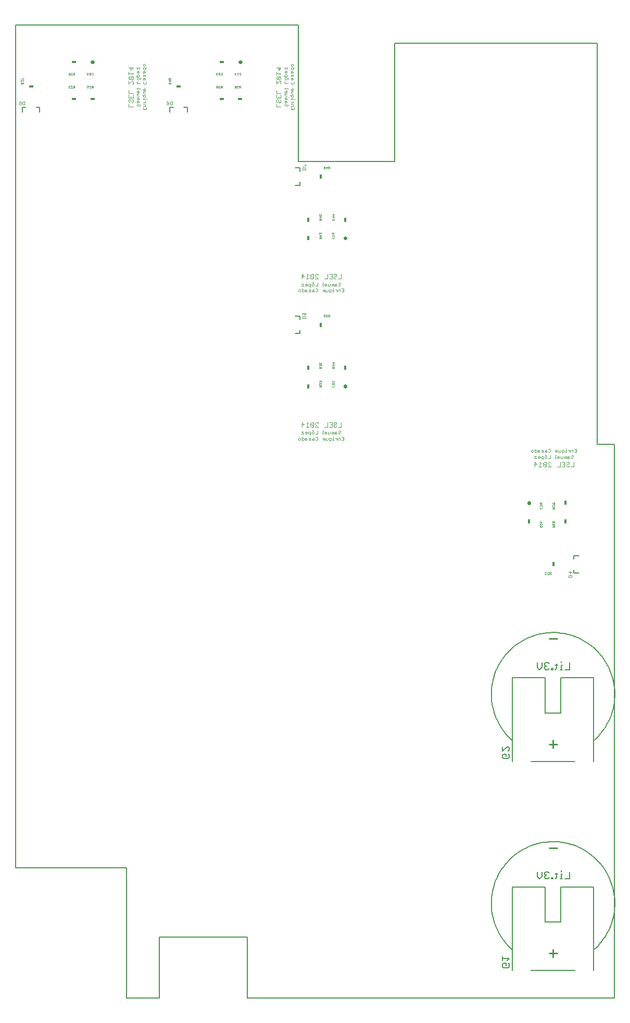
<source format=gbo>
G75*
G70*
%OFA0B0*%
%FSLAX24Y24*%
%IPPOS*%
%LPD*%
%AMOC8*
5,1,8,0,0,1.08239X$1,22.5*
%
%ADD10C,0.0040*%
%ADD11C,0.0030*%
%ADD12C,0.0079*%
%ADD13R,0.0180X0.0300*%
%ADD14C,0.0020*%
%ADD15C,0.0220*%
%ADD16C,0.0060*%
%ADD17C,0.0100*%
%ADD18C,0.0050*%
%ADD19C,0.0080*%
%ADD20R,0.0300X0.0180*%
D10*
X019594Y038875D02*
X019561Y038909D01*
X019561Y038975D01*
X019594Y039009D01*
X019661Y039009D01*
X019694Y038975D01*
X019694Y038909D01*
X019661Y038875D01*
X019594Y038875D01*
X019782Y038875D02*
X019882Y038875D01*
X019915Y038909D01*
X019915Y038975D01*
X019882Y039009D01*
X019782Y039009D01*
X019782Y039076D02*
X019782Y038875D01*
X020003Y038875D02*
X020103Y038875D01*
X020136Y038909D01*
X020103Y038942D01*
X020003Y038942D01*
X020003Y038975D02*
X020003Y038875D01*
X020003Y038975D02*
X020036Y039009D01*
X020103Y039009D01*
X020224Y039009D02*
X020324Y039009D01*
X020357Y038975D01*
X020324Y038942D01*
X020257Y038942D01*
X020224Y038909D01*
X020257Y038875D01*
X020357Y038875D01*
X020445Y038875D02*
X020545Y038875D01*
X020578Y038909D01*
X020545Y038942D01*
X020445Y038942D01*
X020445Y038975D02*
X020445Y038875D01*
X020445Y038975D02*
X020478Y039009D01*
X020545Y039009D01*
X020666Y039042D02*
X020699Y039076D01*
X020766Y039076D01*
X020799Y039042D01*
X020799Y038909D01*
X020766Y038875D01*
X020699Y038875D01*
X020666Y038909D01*
X020647Y039269D02*
X020781Y039269D01*
X020781Y039469D01*
X020560Y039369D02*
X020560Y039302D01*
X020527Y039269D01*
X020460Y039269D01*
X020426Y039302D01*
X020426Y039369D01*
X020460Y039403D01*
X020527Y039403D01*
X020560Y039369D01*
X020527Y039469D02*
X020460Y039503D01*
X020339Y039403D02*
X020239Y039403D01*
X020205Y039369D01*
X020205Y039302D01*
X020239Y039269D01*
X020339Y039269D01*
X020339Y039202D02*
X020339Y039403D01*
X020118Y039369D02*
X020085Y039403D01*
X020018Y039403D01*
X019984Y039369D01*
X019984Y039336D01*
X020118Y039336D01*
X020118Y039369D02*
X020118Y039302D01*
X020085Y039269D01*
X020018Y039269D01*
X019897Y039269D02*
X019763Y039269D01*
X019763Y039403D02*
X019897Y039269D01*
X019897Y039403D02*
X019763Y039403D01*
X021082Y039269D02*
X021149Y039269D01*
X021116Y039269D02*
X021116Y039469D01*
X021149Y039469D01*
X021237Y039369D02*
X021237Y039336D01*
X021370Y039336D01*
X021370Y039369D02*
X021337Y039403D01*
X021270Y039403D01*
X021237Y039369D01*
X021270Y039269D02*
X021337Y039269D01*
X021370Y039302D01*
X021370Y039369D01*
X021458Y039403D02*
X021458Y039269D01*
X021558Y039269D01*
X021591Y039302D01*
X021591Y039403D01*
X021679Y039369D02*
X021679Y039269D01*
X021745Y039269D02*
X021745Y039369D01*
X021712Y039403D01*
X021679Y039369D01*
X021745Y039369D02*
X021779Y039403D01*
X021812Y039403D01*
X021812Y039269D01*
X021900Y039269D02*
X022000Y039269D01*
X022033Y039302D01*
X022000Y039336D01*
X021900Y039336D01*
X021900Y039369D02*
X021900Y039269D01*
X021900Y039369D02*
X021933Y039403D01*
X022000Y039403D01*
X022121Y039436D02*
X022154Y039469D01*
X022221Y039469D01*
X022254Y039436D01*
X022254Y039403D01*
X022221Y039369D01*
X022154Y039369D01*
X022121Y039336D01*
X022121Y039302D01*
X022154Y039269D01*
X022221Y039269D01*
X022254Y039302D01*
X022323Y039076D02*
X022457Y039076D01*
X022457Y038875D01*
X022323Y038875D01*
X022236Y038875D02*
X022236Y039009D01*
X022136Y039009D01*
X022102Y038975D01*
X022102Y038875D01*
X022015Y038875D02*
X022015Y039009D01*
X022015Y038942D02*
X021948Y039009D01*
X021915Y039009D01*
X021831Y039009D02*
X021797Y039009D01*
X021797Y038875D01*
X021764Y038875D02*
X021831Y038875D01*
X021683Y038909D02*
X021650Y038875D01*
X021550Y038875D01*
X021550Y038809D02*
X021550Y039009D01*
X021650Y039009D01*
X021683Y038975D01*
X021683Y038909D01*
X021797Y039076D02*
X021797Y039109D01*
X021462Y039009D02*
X021462Y038909D01*
X021429Y038875D01*
X021329Y038875D01*
X021329Y039009D01*
X021241Y038975D02*
X021208Y039009D01*
X021141Y039009D01*
X021108Y038975D01*
X021108Y038942D01*
X021241Y038942D01*
X021241Y038909D02*
X021241Y038975D01*
X021241Y038909D02*
X021208Y038875D01*
X021141Y038875D01*
X022390Y038975D02*
X022457Y038975D01*
X020024Y046673D02*
X020024Y046773D01*
X019991Y046806D01*
X019857Y046806D01*
X019824Y046773D01*
X019824Y046673D01*
X020024Y046673D01*
X020024Y046894D02*
X019924Y046894D01*
X019957Y046960D01*
X019957Y046994D01*
X019924Y047027D01*
X019857Y047027D01*
X019824Y046994D01*
X019824Y046927D01*
X019857Y046894D01*
X020024Y046894D02*
X020024Y047027D01*
X020003Y048364D02*
X020103Y048364D01*
X020136Y048397D01*
X020103Y048430D01*
X020003Y048430D01*
X020003Y048464D02*
X020003Y048364D01*
X019915Y048397D02*
X019915Y048464D01*
X019882Y048497D01*
X019782Y048497D01*
X019782Y048564D02*
X019782Y048364D01*
X019882Y048364D01*
X019915Y048397D01*
X020003Y048464D02*
X020036Y048497D01*
X020103Y048497D01*
X020224Y048497D02*
X020324Y048497D01*
X020357Y048464D01*
X020324Y048430D01*
X020257Y048430D01*
X020224Y048397D01*
X020257Y048364D01*
X020357Y048364D01*
X020445Y048364D02*
X020545Y048364D01*
X020578Y048397D01*
X020545Y048430D01*
X020445Y048430D01*
X020445Y048464D02*
X020445Y048364D01*
X020445Y048464D02*
X020478Y048497D01*
X020545Y048497D01*
X020666Y048530D02*
X020699Y048564D01*
X020766Y048564D01*
X020799Y048530D01*
X020799Y048397D01*
X020766Y048364D01*
X020699Y048364D01*
X020666Y048397D01*
X020647Y048757D02*
X020781Y048757D01*
X020781Y048957D01*
X020560Y048857D02*
X020560Y048791D01*
X020527Y048757D01*
X020460Y048757D01*
X020426Y048791D01*
X020426Y048857D01*
X020460Y048891D01*
X020527Y048891D01*
X020560Y048857D01*
X020527Y048957D02*
X020460Y048991D01*
X020339Y048891D02*
X020239Y048891D01*
X020205Y048857D01*
X020205Y048791D01*
X020239Y048757D01*
X020339Y048757D01*
X020339Y048691D02*
X020339Y048891D01*
X020118Y048857D02*
X020085Y048891D01*
X020018Y048891D01*
X019984Y048857D01*
X019984Y048824D01*
X020118Y048824D01*
X020118Y048791D02*
X020118Y048857D01*
X020118Y048791D02*
X020085Y048757D01*
X020018Y048757D01*
X019897Y048757D02*
X019763Y048757D01*
X019763Y048891D02*
X019897Y048757D01*
X019897Y048891D02*
X019763Y048891D01*
X019661Y048497D02*
X019594Y048497D01*
X019561Y048464D01*
X019561Y048397D01*
X019594Y048364D01*
X019661Y048364D01*
X019694Y048397D01*
X019694Y048464D01*
X019661Y048497D01*
X021082Y048757D02*
X021149Y048757D01*
X021116Y048757D02*
X021116Y048957D01*
X021149Y048957D01*
X021237Y048857D02*
X021237Y048824D01*
X021370Y048824D01*
X021370Y048791D02*
X021370Y048857D01*
X021337Y048891D01*
X021270Y048891D01*
X021237Y048857D01*
X021270Y048757D02*
X021337Y048757D01*
X021370Y048791D01*
X021458Y048757D02*
X021458Y048891D01*
X021591Y048891D02*
X021591Y048791D01*
X021558Y048757D01*
X021458Y048757D01*
X021679Y048757D02*
X021679Y048857D01*
X021712Y048891D01*
X021745Y048857D01*
X021745Y048757D01*
X021812Y048757D02*
X021812Y048891D01*
X021779Y048891D01*
X021745Y048857D01*
X021900Y048857D02*
X021900Y048757D01*
X022000Y048757D01*
X022033Y048791D01*
X022000Y048824D01*
X021900Y048824D01*
X021900Y048857D02*
X021933Y048891D01*
X022000Y048891D01*
X022121Y048924D02*
X022154Y048957D01*
X022221Y048957D01*
X022254Y048924D01*
X022254Y048891D01*
X022221Y048857D01*
X022154Y048857D01*
X022121Y048824D01*
X022121Y048791D01*
X022154Y048757D01*
X022221Y048757D01*
X022254Y048791D01*
X022323Y048564D02*
X022457Y048564D01*
X022457Y048364D01*
X022323Y048364D01*
X022236Y048364D02*
X022236Y048497D01*
X022136Y048497D01*
X022102Y048464D01*
X022102Y048364D01*
X022015Y048364D02*
X022015Y048497D01*
X022015Y048430D02*
X021948Y048497D01*
X021915Y048497D01*
X021831Y048497D02*
X021797Y048497D01*
X021797Y048364D01*
X021764Y048364D02*
X021831Y048364D01*
X021683Y048397D02*
X021650Y048364D01*
X021550Y048364D01*
X021550Y048297D02*
X021550Y048497D01*
X021650Y048497D01*
X021683Y048464D01*
X021683Y048397D01*
X021797Y048564D02*
X021797Y048597D01*
X021462Y048497D02*
X021462Y048397D01*
X021429Y048364D01*
X021329Y048364D01*
X021329Y048497D01*
X021241Y048464D02*
X021208Y048497D01*
X021141Y048497D01*
X021108Y048464D01*
X021108Y048430D01*
X021241Y048430D01*
X021241Y048397D02*
X021241Y048464D01*
X021241Y048397D02*
X021208Y048364D01*
X021141Y048364D01*
X022390Y048464D02*
X022457Y048464D01*
X020024Y056161D02*
X020024Y056261D01*
X019991Y056294D01*
X019857Y056294D01*
X019824Y056261D01*
X019824Y056161D01*
X020024Y056161D01*
X020024Y056382D02*
X020024Y056515D01*
X019991Y056515D01*
X019857Y056382D01*
X019824Y056382D01*
X019274Y060035D02*
X019074Y060035D01*
X019074Y060169D01*
X019074Y060256D02*
X019207Y060256D01*
X019207Y060356D01*
X019174Y060390D01*
X019074Y060390D01*
X019074Y060477D02*
X019207Y060477D01*
X019141Y060477D02*
X019207Y060544D01*
X019207Y060577D01*
X019207Y060661D02*
X019207Y060695D01*
X019074Y060695D01*
X019074Y060728D02*
X019074Y060661D01*
X019107Y060809D02*
X019074Y060842D01*
X019074Y060942D01*
X019007Y060942D02*
X019207Y060942D01*
X019207Y060842D01*
X019174Y060809D01*
X019107Y060809D01*
X019274Y060695D02*
X019308Y060695D01*
X019207Y061030D02*
X019107Y061030D01*
X019074Y061063D01*
X019074Y061163D01*
X019207Y061163D01*
X019174Y061251D02*
X019207Y061284D01*
X019207Y061351D01*
X019174Y061384D01*
X019141Y061384D01*
X019141Y061251D01*
X019174Y061251D02*
X019107Y061251D01*
X019074Y061284D01*
X019074Y061351D01*
X018880Y061343D02*
X018880Y061376D01*
X018680Y061376D01*
X018680Y061343D02*
X018680Y061409D01*
X018747Y061255D02*
X018747Y061122D01*
X018714Y061122D02*
X018780Y061122D01*
X018814Y061155D01*
X018814Y061222D01*
X018780Y061255D01*
X018747Y061255D01*
X018680Y061222D02*
X018680Y061155D01*
X018714Y061122D01*
X018680Y061034D02*
X018814Y061034D01*
X018814Y060901D02*
X018714Y060901D01*
X018680Y060934D01*
X018680Y061034D01*
X018680Y060813D02*
X018780Y060813D01*
X018814Y060780D01*
X018780Y060746D01*
X018680Y060746D01*
X018680Y060680D02*
X018814Y060680D01*
X018814Y060713D01*
X018780Y060746D01*
X018780Y060592D02*
X018680Y060592D01*
X018680Y060492D01*
X018714Y060459D01*
X018747Y060492D01*
X018747Y060592D01*
X018780Y060592D02*
X018814Y060559D01*
X018814Y060492D01*
X018847Y060371D02*
X018880Y060338D01*
X018880Y060271D01*
X018847Y060238D01*
X018814Y060238D01*
X018780Y060271D01*
X018780Y060338D01*
X018747Y060371D01*
X018714Y060371D01*
X018680Y060338D01*
X018680Y060271D01*
X018714Y060238D01*
X019174Y060102D02*
X019174Y060035D01*
X019274Y060035D02*
X019274Y060169D01*
X019241Y061693D02*
X019107Y061693D01*
X019074Y061726D01*
X019074Y061793D01*
X019107Y061826D01*
X019107Y061914D02*
X019141Y061947D01*
X019141Y062047D01*
X019174Y062047D02*
X019074Y062047D01*
X019074Y061947D01*
X019107Y061914D01*
X019207Y061947D02*
X019207Y062014D01*
X019174Y062047D01*
X019174Y062135D02*
X019207Y062168D01*
X019207Y062268D01*
X019141Y062235D02*
X019141Y062168D01*
X019174Y062135D01*
X019074Y062135D02*
X019074Y062235D01*
X019107Y062268D01*
X019141Y062235D01*
X019107Y062356D02*
X019141Y062389D01*
X019141Y062489D01*
X019174Y062489D02*
X019074Y062489D01*
X019074Y062389D01*
X019107Y062356D01*
X019207Y062389D02*
X019207Y062456D01*
X019174Y062489D01*
X019174Y062577D02*
X019207Y062610D01*
X019207Y062710D01*
X019274Y062710D02*
X019074Y062710D01*
X019074Y062610D01*
X019107Y062577D01*
X019174Y062577D01*
X019174Y062798D02*
X019107Y062798D01*
X019074Y062831D01*
X019074Y062898D01*
X019107Y062931D01*
X019174Y062931D01*
X019207Y062898D01*
X019207Y062831D01*
X019174Y062798D01*
X018814Y062728D02*
X018680Y062595D01*
X018680Y062728D01*
X018814Y062728D02*
X018814Y062595D01*
X018780Y062507D02*
X018747Y062507D01*
X018747Y062374D01*
X018714Y062374D02*
X018780Y062374D01*
X018814Y062407D01*
X018814Y062474D01*
X018780Y062507D01*
X018680Y062474D02*
X018680Y062407D01*
X018714Y062374D01*
X018714Y062286D02*
X018680Y062253D01*
X018680Y062153D01*
X018614Y062153D02*
X018814Y062153D01*
X018814Y062253D01*
X018780Y062286D01*
X018714Y062286D01*
X018714Y062065D02*
X018780Y062065D01*
X018814Y062032D01*
X018814Y061965D01*
X018780Y061932D01*
X018714Y061932D01*
X018680Y061965D01*
X018680Y062032D01*
X018714Y062065D01*
X018880Y061965D02*
X018914Y062032D01*
X018680Y061844D02*
X018680Y061711D01*
X018880Y061711D01*
X019241Y061693D02*
X019274Y061726D01*
X019274Y061793D01*
X019241Y061826D01*
X011477Y060546D02*
X011377Y060546D01*
X011343Y060513D01*
X011343Y060379D01*
X011377Y060346D01*
X011477Y060346D01*
X011477Y060546D01*
X011256Y060446D02*
X011156Y060446D01*
X011122Y060413D01*
X011122Y060379D01*
X011156Y060346D01*
X011222Y060346D01*
X011256Y060379D01*
X011256Y060446D01*
X011189Y060513D01*
X011122Y060546D01*
X009859Y060695D02*
X009825Y060695D01*
X009759Y060695D02*
X009625Y060695D01*
X009625Y060728D02*
X009625Y060661D01*
X009759Y060661D02*
X009759Y060695D01*
X009759Y060577D02*
X009759Y060544D01*
X009692Y060477D01*
X009625Y060477D02*
X009759Y060477D01*
X009725Y060390D02*
X009625Y060390D01*
X009725Y060390D02*
X009759Y060356D01*
X009759Y060256D01*
X009625Y060256D01*
X009625Y060169D02*
X009625Y060035D01*
X009825Y060035D01*
X009825Y060169D01*
X009725Y060102D02*
X009725Y060035D01*
X009432Y060271D02*
X009398Y060238D01*
X009365Y060238D01*
X009332Y060271D01*
X009332Y060338D01*
X009298Y060371D01*
X009265Y060371D01*
X009231Y060338D01*
X009231Y060271D01*
X009265Y060238D01*
X009432Y060271D02*
X009432Y060338D01*
X009398Y060371D01*
X009365Y060492D02*
X009365Y060559D01*
X009332Y060592D01*
X009231Y060592D01*
X009231Y060492D01*
X009265Y060459D01*
X009298Y060492D01*
X009298Y060592D01*
X009231Y060680D02*
X009365Y060680D01*
X009365Y060713D01*
X009332Y060746D01*
X009365Y060780D01*
X009332Y060813D01*
X009231Y060813D01*
X009231Y060746D02*
X009332Y060746D01*
X009365Y060901D02*
X009265Y060901D01*
X009231Y060934D01*
X009231Y061034D01*
X009365Y061034D01*
X009332Y061122D02*
X009365Y061155D01*
X009365Y061222D01*
X009332Y061255D01*
X009298Y061255D01*
X009298Y061122D01*
X009265Y061122D02*
X009332Y061122D01*
X009265Y061122D02*
X009231Y061155D01*
X009231Y061222D01*
X009231Y061343D02*
X009231Y061409D01*
X009231Y061376D02*
X009432Y061376D01*
X009432Y061343D01*
X009625Y061351D02*
X009625Y061284D01*
X009659Y061251D01*
X009725Y061251D01*
X009759Y061284D01*
X009759Y061351D01*
X009725Y061384D01*
X009692Y061384D01*
X009692Y061251D01*
X009625Y061163D02*
X009759Y061163D01*
X009759Y061030D02*
X009659Y061030D01*
X009625Y061063D01*
X009625Y061163D01*
X009625Y060942D02*
X009625Y060842D01*
X009659Y060809D01*
X009725Y060809D01*
X009759Y060842D01*
X009759Y060942D01*
X009558Y060942D01*
X009659Y061693D02*
X009625Y061726D01*
X009625Y061793D01*
X009659Y061826D01*
X009659Y061914D02*
X009692Y061947D01*
X009692Y062047D01*
X009725Y062047D02*
X009625Y062047D01*
X009625Y061947D01*
X009659Y061914D01*
X009759Y061947D02*
X009759Y062014D01*
X009725Y062047D01*
X009725Y062135D02*
X009759Y062168D01*
X009759Y062268D01*
X009692Y062235D02*
X009692Y062168D01*
X009725Y062135D01*
X009625Y062135D02*
X009625Y062235D01*
X009659Y062268D01*
X009692Y062235D01*
X009659Y062356D02*
X009692Y062389D01*
X009692Y062489D01*
X009725Y062489D02*
X009625Y062489D01*
X009625Y062389D01*
X009659Y062356D01*
X009759Y062389D02*
X009759Y062456D01*
X009725Y062489D01*
X009725Y062577D02*
X009759Y062610D01*
X009759Y062710D01*
X009825Y062710D02*
X009625Y062710D01*
X009625Y062610D01*
X009659Y062577D01*
X009725Y062577D01*
X009725Y062798D02*
X009659Y062798D01*
X009625Y062831D01*
X009625Y062898D01*
X009659Y062931D01*
X009725Y062931D01*
X009759Y062898D01*
X009759Y062831D01*
X009725Y062798D01*
X009365Y062728D02*
X009231Y062595D01*
X009231Y062728D01*
X009365Y062728D02*
X009365Y062595D01*
X009332Y062507D02*
X009298Y062507D01*
X009298Y062374D01*
X009265Y062374D02*
X009332Y062374D01*
X009365Y062407D01*
X009365Y062474D01*
X009332Y062507D01*
X009231Y062474D02*
X009231Y062407D01*
X009265Y062374D01*
X009265Y062286D02*
X009231Y062253D01*
X009231Y062153D01*
X009165Y062153D02*
X009365Y062153D01*
X009365Y062253D01*
X009332Y062286D01*
X009265Y062286D01*
X009265Y062065D02*
X009332Y062065D01*
X009365Y062032D01*
X009365Y061965D01*
X009332Y061932D01*
X009265Y061932D01*
X009231Y061965D01*
X009231Y062032D01*
X009265Y062065D01*
X009432Y061965D02*
X009465Y062032D01*
X009231Y061844D02*
X009231Y061711D01*
X009432Y061711D01*
X009659Y061693D02*
X009792Y061693D01*
X009825Y061726D01*
X009825Y061793D01*
X009792Y061826D01*
X002028Y060546D02*
X001928Y060546D01*
X001895Y060513D01*
X001895Y060379D01*
X001928Y060346D01*
X002028Y060346D01*
X002028Y060546D01*
X001807Y060513D02*
X001807Y060479D01*
X001774Y060446D01*
X001707Y060446D01*
X001674Y060413D01*
X001674Y060379D01*
X001707Y060346D01*
X001774Y060346D01*
X001807Y060379D01*
X001807Y060413D01*
X001774Y060446D01*
X001707Y060446D02*
X001674Y060479D01*
X001674Y060513D01*
X001707Y060546D01*
X001774Y060546D01*
X001807Y060513D01*
X034459Y038216D02*
X034492Y038249D01*
X034559Y038249D01*
X034592Y038216D01*
X034592Y038149D01*
X034559Y038116D01*
X034492Y038116D01*
X034459Y038149D01*
X034459Y038216D01*
X034680Y038249D02*
X034780Y038249D01*
X034813Y038216D01*
X034813Y038149D01*
X034780Y038116D01*
X034680Y038116D01*
X034680Y038316D01*
X034901Y038216D02*
X034901Y038116D01*
X035001Y038116D01*
X035034Y038149D01*
X035001Y038182D01*
X034901Y038182D01*
X034901Y038216D02*
X034934Y038249D01*
X035001Y038249D01*
X035121Y038249D02*
X035222Y038249D01*
X035255Y038216D01*
X035222Y038182D01*
X035155Y038182D01*
X035121Y038149D01*
X035155Y038116D01*
X035255Y038116D01*
X035342Y038116D02*
X035443Y038116D01*
X035476Y038149D01*
X035443Y038182D01*
X035342Y038182D01*
X035342Y038216D02*
X035342Y038116D01*
X035342Y038216D02*
X035376Y038249D01*
X035443Y038249D01*
X035563Y038282D02*
X035597Y038316D01*
X035664Y038316D01*
X035697Y038282D01*
X035697Y038149D01*
X035664Y038116D01*
X035597Y038116D01*
X035563Y038149D01*
X035678Y037922D02*
X035678Y037722D01*
X035545Y037722D01*
X035458Y037755D02*
X035424Y037722D01*
X035357Y037722D01*
X035324Y037755D01*
X035324Y037822D01*
X035357Y037855D01*
X035424Y037855D01*
X035458Y037822D01*
X035458Y037755D01*
X035424Y037922D02*
X035357Y037955D01*
X035237Y037855D02*
X035136Y037855D01*
X035103Y037822D01*
X035103Y037755D01*
X035136Y037722D01*
X035237Y037722D01*
X035237Y037655D02*
X035237Y037855D01*
X035016Y037822D02*
X034982Y037855D01*
X034915Y037855D01*
X034882Y037822D01*
X034882Y037789D01*
X035016Y037789D01*
X035016Y037822D02*
X035016Y037755D01*
X034982Y037722D01*
X034915Y037722D01*
X034795Y037722D02*
X034661Y037722D01*
X034661Y037855D02*
X034795Y037722D01*
X034795Y037855D02*
X034661Y037855D01*
X035980Y037722D02*
X036047Y037722D01*
X036013Y037722D02*
X036013Y037922D01*
X036047Y037922D01*
X036134Y037822D02*
X036134Y037789D01*
X036268Y037789D01*
X036268Y037822D02*
X036234Y037855D01*
X036168Y037855D01*
X036134Y037822D01*
X036168Y037722D02*
X036234Y037722D01*
X036268Y037755D01*
X036268Y037822D01*
X036355Y037855D02*
X036355Y037722D01*
X036455Y037722D01*
X036489Y037755D01*
X036489Y037855D01*
X036576Y037822D02*
X036576Y037722D01*
X036643Y037722D02*
X036643Y037822D01*
X036610Y037855D01*
X036576Y037822D01*
X036643Y037822D02*
X036676Y037855D01*
X036710Y037855D01*
X036710Y037722D01*
X036797Y037722D02*
X036897Y037722D01*
X036931Y037755D01*
X036897Y037789D01*
X036797Y037789D01*
X036797Y037822D02*
X036797Y037722D01*
X036797Y037822D02*
X036831Y037855D01*
X036897Y037855D01*
X037018Y037889D02*
X037052Y037922D01*
X037118Y037922D01*
X037152Y037889D01*
X037152Y037855D01*
X037118Y037822D01*
X037052Y037822D01*
X037018Y037789D01*
X037018Y037755D01*
X037052Y037722D01*
X037118Y037722D01*
X037152Y037755D01*
X037133Y038116D02*
X037133Y038249D01*
X037033Y038249D01*
X037000Y038216D01*
X037000Y038116D01*
X036912Y038116D02*
X036912Y038249D01*
X036846Y038249D02*
X036812Y038249D01*
X036846Y038249D02*
X036912Y038182D01*
X036728Y038116D02*
X036661Y038116D01*
X036695Y038116D02*
X036695Y038249D01*
X036728Y038249D01*
X036695Y038316D02*
X036695Y038349D01*
X036581Y038216D02*
X036581Y038149D01*
X036548Y038116D01*
X036447Y038116D01*
X036447Y038049D02*
X036447Y038249D01*
X036548Y038249D01*
X036581Y038216D01*
X036360Y038249D02*
X036360Y038149D01*
X036327Y038116D01*
X036226Y038116D01*
X036226Y038249D01*
X036139Y038216D02*
X036106Y038249D01*
X036039Y038249D01*
X036005Y038216D01*
X036005Y038182D01*
X036139Y038182D01*
X036139Y038149D02*
X036139Y038216D01*
X036139Y038149D02*
X036106Y038116D01*
X036039Y038116D01*
X037221Y038116D02*
X037354Y038116D01*
X037354Y038316D01*
X037221Y038316D01*
X037288Y038216D02*
X037354Y038216D01*
X036944Y030471D02*
X036944Y030337D01*
X037044Y030437D01*
X036844Y030437D01*
X036877Y030250D02*
X037011Y030250D01*
X037044Y030216D01*
X037044Y030116D01*
X036844Y030116D01*
X036844Y030216D01*
X036877Y030250D01*
D11*
X036851Y037185D02*
X036754Y037185D01*
X036705Y037233D01*
X036705Y037281D01*
X036754Y037330D01*
X036851Y037330D01*
X036899Y037378D01*
X036899Y037427D01*
X036851Y037475D01*
X036754Y037475D01*
X036705Y037427D01*
X036604Y037475D02*
X036604Y037185D01*
X036411Y037185D01*
X036310Y037185D02*
X036116Y037185D01*
X036310Y037185D02*
X036310Y037475D01*
X036411Y037475D02*
X036604Y037475D01*
X036604Y037330D02*
X036508Y037330D01*
X036851Y037185D02*
X036899Y037233D01*
X037000Y037185D02*
X037194Y037185D01*
X037194Y037475D01*
X035720Y037427D02*
X035672Y037475D01*
X035575Y037475D01*
X035527Y037427D01*
X035527Y037378D01*
X035720Y037185D01*
X035527Y037185D01*
X035426Y037233D02*
X035232Y037427D01*
X035232Y037233D01*
X035281Y037185D01*
X035377Y037185D01*
X035426Y037233D01*
X035426Y037427D01*
X035377Y037475D01*
X035281Y037475D01*
X035232Y037427D01*
X035131Y037378D02*
X035034Y037475D01*
X035034Y037185D01*
X034938Y037185D02*
X035131Y037185D01*
X034836Y037330D02*
X034643Y037330D01*
X034691Y037475D02*
X034836Y037330D01*
X034691Y037185D02*
X034691Y037475D01*
X022296Y039716D02*
X022102Y039716D01*
X022001Y039765D02*
X021953Y039716D01*
X021856Y039716D01*
X021808Y039765D01*
X021808Y039813D01*
X021856Y039861D01*
X021953Y039861D01*
X022001Y039910D01*
X022001Y039958D01*
X021953Y040006D01*
X021856Y040006D01*
X021808Y039958D01*
X021707Y040006D02*
X021707Y039716D01*
X021513Y039716D01*
X021412Y039716D02*
X021218Y039716D01*
X021412Y039716D02*
X021412Y040006D01*
X021513Y040006D02*
X021707Y040006D01*
X021707Y039861D02*
X021610Y039861D01*
X022296Y040006D02*
X022296Y039716D01*
X020823Y039716D02*
X020629Y039910D01*
X020629Y039958D01*
X020678Y040006D01*
X020774Y040006D01*
X020823Y039958D01*
X020823Y039716D02*
X020629Y039716D01*
X020528Y039765D02*
X020335Y039958D01*
X020335Y039765D01*
X020383Y039716D01*
X020480Y039716D01*
X020528Y039765D01*
X020528Y039958D01*
X020480Y040006D01*
X020383Y040006D01*
X020335Y039958D01*
X020233Y039910D02*
X020137Y040006D01*
X020137Y039716D01*
X020233Y039716D02*
X020040Y039716D01*
X019939Y039861D02*
X019745Y039861D01*
X019794Y039716D02*
X019794Y040006D01*
X019939Y039861D01*
X020040Y049204D02*
X020233Y049204D01*
X020137Y049204D02*
X020137Y049495D01*
X020233Y049398D01*
X020335Y049446D02*
X020528Y049253D01*
X020480Y049204D01*
X020383Y049204D01*
X020335Y049253D01*
X020335Y049446D01*
X020383Y049495D01*
X020480Y049495D01*
X020528Y049446D01*
X020528Y049253D01*
X020629Y049204D02*
X020823Y049204D01*
X020629Y049398D01*
X020629Y049446D01*
X020678Y049495D01*
X020774Y049495D01*
X020823Y049446D01*
X021218Y049204D02*
X021412Y049204D01*
X021412Y049495D01*
X021513Y049495D02*
X021707Y049495D01*
X021707Y049204D01*
X021513Y049204D01*
X021610Y049350D02*
X021707Y049350D01*
X021808Y049301D02*
X021808Y049253D01*
X021856Y049204D01*
X021953Y049204D01*
X022001Y049253D01*
X021953Y049350D02*
X021856Y049350D01*
X021808Y049301D01*
X021808Y049446D02*
X021856Y049495D01*
X021953Y049495D01*
X022001Y049446D01*
X022001Y049398D01*
X021953Y049350D01*
X022102Y049204D02*
X022296Y049204D01*
X022296Y049495D01*
X019939Y049350D02*
X019745Y049350D01*
X019794Y049495D02*
X019939Y049350D01*
X019794Y049204D02*
X019794Y049495D01*
X018433Y060196D02*
X018143Y060196D01*
X018143Y060389D01*
X018192Y060491D02*
X018143Y060539D01*
X018143Y060636D01*
X018192Y060684D01*
X018240Y060684D01*
X018288Y060636D01*
X018288Y060539D01*
X018337Y060491D01*
X018385Y060491D01*
X018433Y060539D01*
X018433Y060636D01*
X018385Y060684D01*
X018433Y060785D02*
X018143Y060785D01*
X018143Y060979D01*
X018143Y061080D02*
X018143Y061273D01*
X018143Y061080D02*
X018433Y061080D01*
X018433Y060979D02*
X018433Y060785D01*
X018288Y060785D02*
X018288Y060882D01*
X018385Y061669D02*
X018433Y061718D01*
X018433Y061814D01*
X018385Y061863D01*
X018337Y061863D01*
X018143Y061669D01*
X018143Y061863D01*
X018192Y061964D02*
X018385Y062157D01*
X018192Y062157D01*
X018143Y062109D01*
X018143Y062012D01*
X018192Y061964D01*
X018385Y061964D01*
X018433Y062012D01*
X018433Y062109D01*
X018385Y062157D01*
X018337Y062259D02*
X018433Y062355D01*
X018143Y062355D01*
X018143Y062259D02*
X018143Y062452D01*
X018288Y062553D02*
X018288Y062747D01*
X018143Y062698D02*
X018433Y062698D01*
X018288Y062553D01*
X008985Y062698D02*
X008839Y062553D01*
X008839Y062747D01*
X008694Y062698D02*
X008985Y062698D01*
X008985Y062355D02*
X008694Y062355D01*
X008694Y062259D02*
X008694Y062452D01*
X008888Y062259D02*
X008985Y062355D01*
X008936Y062157D02*
X008743Y061964D01*
X008694Y062012D01*
X008694Y062109D01*
X008743Y062157D01*
X008936Y062157D01*
X008985Y062109D01*
X008985Y062012D01*
X008936Y061964D01*
X008743Y061964D01*
X008694Y061863D02*
X008694Y061669D01*
X008888Y061863D01*
X008936Y061863D01*
X008985Y061814D01*
X008985Y061718D01*
X008936Y061669D01*
X008694Y061273D02*
X008694Y061080D01*
X008985Y061080D01*
X008985Y060979D02*
X008985Y060785D01*
X008694Y060785D01*
X008694Y060979D01*
X008839Y060882D02*
X008839Y060785D01*
X008791Y060684D02*
X008743Y060684D01*
X008694Y060636D01*
X008694Y060539D01*
X008743Y060491D01*
X008839Y060539D02*
X008839Y060636D01*
X008791Y060684D01*
X008936Y060684D02*
X008985Y060636D01*
X008985Y060539D01*
X008936Y060491D01*
X008888Y060491D01*
X008839Y060539D01*
X008694Y060389D02*
X008694Y060196D01*
X008985Y060196D01*
D12*
X001457Y065460D02*
X001457Y011523D01*
X008544Y011523D01*
X008544Y003176D01*
X010670Y003176D01*
X010670Y007074D01*
X016300Y007074D01*
X016300Y003176D01*
X039804Y003176D01*
X039804Y038609D01*
X038702Y038609D01*
X038702Y064279D01*
X025709Y064279D01*
X025709Y056719D01*
X019568Y056719D01*
X019568Y065460D01*
X001457Y065460D01*
D13*
X020198Y052991D03*
X020198Y051810D03*
X022560Y052991D03*
X020985Y055747D03*
X020985Y046259D03*
X020198Y043503D03*
X020198Y042322D03*
X022560Y043503D03*
X034308Y033688D03*
X035883Y030932D03*
X036670Y033688D03*
X036670Y034869D03*
D14*
X035971Y034850D02*
X035948Y034873D01*
X035854Y034780D01*
X035831Y034803D01*
X035831Y034850D01*
X035854Y034873D01*
X035948Y034873D01*
X035971Y034850D02*
X035971Y034803D01*
X035948Y034780D01*
X035854Y034780D01*
X035831Y034726D02*
X035831Y034633D01*
X035924Y034726D01*
X035948Y034726D01*
X035971Y034703D01*
X035971Y034656D01*
X035948Y034633D01*
X035948Y034579D02*
X035901Y034579D01*
X035878Y034555D01*
X035878Y034485D01*
X035831Y034485D02*
X035971Y034485D01*
X035971Y034555D01*
X035948Y034579D01*
X035878Y034532D02*
X035831Y034579D01*
X035147Y034555D02*
X035147Y034509D01*
X035124Y034485D01*
X035030Y034485D01*
X035007Y034509D01*
X035007Y034555D01*
X035030Y034579D01*
X035007Y034633D02*
X035100Y034726D01*
X035124Y034726D01*
X035147Y034703D01*
X035147Y034656D01*
X035124Y034633D01*
X035124Y034579D02*
X035147Y034555D01*
X035007Y034633D02*
X035007Y034726D01*
X035030Y034780D02*
X035054Y034780D01*
X035077Y034803D01*
X035077Y034850D01*
X035054Y034873D01*
X035030Y034873D01*
X035007Y034850D01*
X035007Y034803D01*
X035030Y034780D01*
X035077Y034803D02*
X035100Y034780D01*
X035124Y034780D01*
X035147Y034803D01*
X035147Y034850D01*
X035124Y034873D01*
X035100Y034873D01*
X035077Y034850D01*
X035007Y033692D02*
X035007Y033599D01*
X035007Y033646D02*
X035147Y033646D01*
X035100Y033599D01*
X035100Y033545D02*
X035124Y033545D01*
X035147Y033522D01*
X035147Y033475D01*
X035124Y033452D01*
X035124Y033398D02*
X035077Y033398D01*
X035054Y033374D01*
X035054Y033304D01*
X035054Y033351D02*
X035007Y033398D01*
X035007Y033452D02*
X035100Y033545D01*
X035007Y033545D02*
X035007Y033452D01*
X035124Y033398D02*
X035147Y033374D01*
X035147Y033304D01*
X035007Y033304D01*
X035831Y033304D02*
X035971Y033304D01*
X035971Y033374D01*
X035948Y033398D01*
X035901Y033398D01*
X035878Y033374D01*
X035878Y033304D01*
X035878Y033351D02*
X035831Y033398D01*
X035831Y033452D02*
X035831Y033545D01*
X035831Y033498D02*
X035971Y033498D01*
X035924Y033452D01*
X035924Y033599D02*
X035948Y033599D01*
X035971Y033622D01*
X035971Y033669D01*
X035948Y033692D01*
X035924Y033692D01*
X035901Y033669D01*
X035901Y033622D01*
X035924Y033599D01*
X035901Y033622D02*
X035878Y033599D01*
X035854Y033599D01*
X035831Y033622D01*
X035831Y033669D01*
X035854Y033692D01*
X035878Y033692D01*
X035901Y033669D01*
X035724Y030430D02*
X035654Y030430D01*
X035631Y030407D01*
X035631Y030360D01*
X035654Y030337D01*
X035724Y030337D01*
X035677Y030337D02*
X035631Y030290D01*
X035577Y030290D02*
X035483Y030383D01*
X035483Y030407D01*
X035507Y030430D01*
X035553Y030430D01*
X035577Y030407D01*
X035577Y030290D02*
X035483Y030290D01*
X035429Y030290D02*
X035336Y030383D01*
X035336Y030407D01*
X035359Y030430D01*
X035406Y030430D01*
X035429Y030407D01*
X035429Y030290D02*
X035336Y030290D01*
X035724Y030290D02*
X035724Y030430D01*
X021861Y042307D02*
X021838Y042284D01*
X021744Y042284D01*
X021721Y042307D01*
X021721Y042354D01*
X021744Y042377D01*
X021744Y042431D02*
X021721Y042454D01*
X021721Y042501D01*
X021744Y042524D01*
X021768Y042524D01*
X021791Y042501D01*
X021791Y042478D01*
X021791Y042501D02*
X021814Y042524D01*
X021838Y042524D01*
X021861Y042501D01*
X021861Y042454D01*
X021838Y042431D01*
X021838Y042377D02*
X021861Y042354D01*
X021861Y042307D01*
X021838Y042578D02*
X021861Y042602D01*
X021861Y042648D01*
X021838Y042672D01*
X021814Y042672D01*
X021721Y042578D01*
X021721Y042672D01*
X021037Y042648D02*
X021013Y042672D01*
X020990Y042672D01*
X020967Y042648D01*
X020943Y042672D01*
X020920Y042672D01*
X020897Y042648D01*
X020897Y042602D01*
X020920Y042578D01*
X020920Y042524D02*
X020897Y042501D01*
X020897Y042454D01*
X020920Y042431D01*
X020897Y042377D02*
X020943Y042330D01*
X020943Y042354D02*
X020943Y042284D01*
X020897Y042284D02*
X021037Y042284D01*
X021037Y042354D01*
X021013Y042377D01*
X020967Y042377D01*
X020943Y042354D01*
X021013Y042431D02*
X021037Y042454D01*
X021037Y042501D01*
X021013Y042524D01*
X020990Y042524D01*
X020967Y042501D01*
X020943Y042524D01*
X020920Y042524D01*
X020967Y042501D02*
X020967Y042478D01*
X021013Y042578D02*
X021037Y042602D01*
X021037Y042648D01*
X020967Y042648D02*
X020967Y042625D01*
X020943Y043465D02*
X020943Y043535D01*
X020967Y043558D01*
X021013Y043558D01*
X021037Y043535D01*
X021037Y043465D01*
X020897Y043465D01*
X020943Y043511D02*
X020897Y043558D01*
X020920Y043612D02*
X020897Y043635D01*
X020897Y043682D01*
X020920Y043705D01*
X020943Y043705D01*
X020967Y043682D01*
X020967Y043659D01*
X020967Y043682D02*
X020990Y043705D01*
X021013Y043705D01*
X021037Y043682D01*
X021037Y043635D01*
X021013Y043612D01*
X020990Y043759D02*
X021037Y043806D01*
X020897Y043806D01*
X020897Y043759D02*
X020897Y043853D01*
X021721Y043829D02*
X021861Y043829D01*
X021791Y043759D01*
X021791Y043853D01*
X021814Y043705D02*
X021791Y043682D01*
X021768Y043705D01*
X021744Y043705D01*
X021721Y043682D01*
X021721Y043635D01*
X021744Y043612D01*
X021721Y043558D02*
X021768Y043511D01*
X021768Y043535D02*
X021768Y043465D01*
X021721Y043465D02*
X021861Y043465D01*
X021861Y043535D01*
X021838Y043558D01*
X021791Y043558D01*
X021768Y043535D01*
X021838Y043612D02*
X021861Y043635D01*
X021861Y043682D01*
X021838Y043705D01*
X021814Y043705D01*
X021791Y043682D02*
X021791Y043659D01*
X021566Y046761D02*
X021566Y046901D01*
X021496Y046901D01*
X021472Y046878D01*
X021472Y046831D01*
X021496Y046808D01*
X021566Y046808D01*
X021519Y046808D02*
X021472Y046761D01*
X021418Y046784D02*
X021395Y046761D01*
X021348Y046761D01*
X021325Y046784D01*
X021325Y046808D01*
X021348Y046831D01*
X021372Y046831D01*
X021348Y046831D02*
X021325Y046854D01*
X021325Y046878D01*
X021348Y046901D01*
X021395Y046901D01*
X021418Y046878D01*
X021271Y046901D02*
X021271Y046831D01*
X021224Y046854D01*
X021201Y046854D01*
X021177Y046831D01*
X021177Y046784D01*
X021201Y046761D01*
X021248Y046761D01*
X021271Y046784D01*
X021271Y046901D02*
X021177Y046901D01*
X021037Y051772D02*
X021037Y051842D01*
X021013Y051865D01*
X020967Y051865D01*
X020943Y051842D01*
X020943Y051772D01*
X020897Y051772D02*
X021037Y051772D01*
X020943Y051818D02*
X020897Y051865D01*
X020967Y051919D02*
X020967Y052013D01*
X021013Y052066D02*
X021037Y052090D01*
X021037Y052136D01*
X021013Y052160D01*
X020990Y052160D01*
X020967Y052136D01*
X020943Y052160D01*
X020920Y052160D01*
X020897Y052136D01*
X020897Y052090D01*
X020920Y052066D01*
X020967Y052113D02*
X020967Y052136D01*
X021037Y051989D02*
X020967Y051919D01*
X020897Y051989D02*
X021037Y051989D01*
X021721Y051989D02*
X021721Y051942D01*
X021744Y051919D01*
X021744Y051865D02*
X021721Y051842D01*
X021721Y051795D01*
X021744Y051772D01*
X021838Y051772D01*
X021861Y051795D01*
X021861Y051842D01*
X021838Y051865D01*
X021838Y051919D02*
X021861Y051942D01*
X021861Y051989D01*
X021838Y052013D01*
X021814Y052013D01*
X021791Y051989D01*
X021768Y052013D01*
X021744Y052013D01*
X021721Y051989D01*
X021791Y051989D02*
X021791Y051966D01*
X021791Y052066D02*
X021791Y052136D01*
X021768Y052160D01*
X021744Y052160D01*
X021721Y052136D01*
X021721Y052090D01*
X021744Y052066D01*
X021791Y052066D01*
X021838Y052113D01*
X021861Y052160D01*
X021861Y052953D02*
X021861Y053023D01*
X021838Y053046D01*
X021791Y053046D01*
X021768Y053023D01*
X021768Y052953D01*
X021768Y053000D02*
X021721Y053046D01*
X021791Y053100D02*
X021791Y053194D01*
X021791Y053248D02*
X021791Y053341D01*
X021861Y053318D02*
X021791Y053248D01*
X021721Y053318D02*
X021861Y053318D01*
X021861Y053170D02*
X021791Y053100D01*
X021721Y053170D02*
X021861Y053170D01*
X021861Y052953D02*
X021721Y052953D01*
X021037Y052953D02*
X021037Y053023D01*
X021013Y053046D01*
X020967Y053046D01*
X020943Y053023D01*
X020943Y052953D01*
X020897Y052953D02*
X021037Y052953D01*
X020943Y053000D02*
X020897Y053046D01*
X020967Y053100D02*
X020967Y053194D01*
X020990Y053248D02*
X021037Y053294D01*
X020897Y053294D01*
X020897Y053248D02*
X020897Y053341D01*
X020897Y053170D02*
X021037Y053170D01*
X020967Y053100D01*
X021201Y056249D02*
X021248Y056249D01*
X021271Y056273D01*
X021271Y056319D02*
X021224Y056343D01*
X021201Y056343D01*
X021177Y056319D01*
X021177Y056273D01*
X021201Y056249D01*
X021271Y056319D02*
X021271Y056389D01*
X021177Y056389D01*
X021325Y056319D02*
X021418Y056319D01*
X021348Y056389D01*
X021348Y056249D01*
X021472Y056249D02*
X021519Y056296D01*
X021496Y056296D02*
X021566Y056296D01*
X021566Y056249D02*
X021566Y056389D01*
X021496Y056389D01*
X021472Y056366D01*
X021472Y056319D01*
X021496Y056296D01*
X015866Y061418D02*
X015866Y061559D01*
X015796Y061559D01*
X015772Y061535D01*
X015772Y061489D01*
X015796Y061465D01*
X015866Y061465D01*
X015819Y061465D02*
X015772Y061418D01*
X015718Y061442D02*
X015695Y061418D01*
X015648Y061418D01*
X015625Y061442D01*
X015625Y061465D01*
X015648Y061489D01*
X015672Y061489D01*
X015648Y061489D02*
X015625Y061512D01*
X015625Y061535D01*
X015648Y061559D01*
X015695Y061559D01*
X015718Y061535D01*
X015571Y061535D02*
X015571Y061512D01*
X015548Y061489D01*
X015501Y061489D01*
X015478Y061465D01*
X015478Y061442D01*
X015501Y061418D01*
X015548Y061418D01*
X015571Y061442D01*
X015571Y061465D01*
X015548Y061489D01*
X015501Y061489D02*
X015478Y061512D01*
X015478Y061535D01*
X015501Y061559D01*
X015548Y061559D01*
X015571Y061535D01*
X015501Y062243D02*
X015501Y062383D01*
X015571Y062313D01*
X015478Y062313D01*
X015625Y062336D02*
X015648Y062313D01*
X015625Y062289D01*
X015625Y062266D01*
X015648Y062243D01*
X015695Y062243D01*
X015718Y062266D01*
X015772Y062266D02*
X015796Y062243D01*
X015842Y062243D01*
X015866Y062266D01*
X015866Y062359D01*
X015842Y062383D01*
X015796Y062383D01*
X015772Y062359D01*
X015718Y062359D02*
X015695Y062383D01*
X015648Y062383D01*
X015625Y062359D01*
X015625Y062336D01*
X015648Y062313D02*
X015672Y062313D01*
X014685Y062289D02*
X014615Y062289D01*
X014591Y062313D01*
X014591Y062359D01*
X014615Y062383D01*
X014685Y062383D01*
X014685Y062243D01*
X014638Y062289D02*
X014591Y062243D01*
X014537Y062266D02*
X014514Y062243D01*
X014467Y062243D01*
X014444Y062266D01*
X014444Y062289D01*
X014467Y062313D01*
X014491Y062313D01*
X014467Y062313D02*
X014444Y062336D01*
X014444Y062359D01*
X014467Y062383D01*
X014514Y062383D01*
X014537Y062359D01*
X014390Y062359D02*
X014390Y062336D01*
X014367Y062313D01*
X014297Y062313D01*
X014297Y062359D02*
X014297Y062266D01*
X014320Y062243D01*
X014367Y062243D01*
X014390Y062266D01*
X014390Y062359D02*
X014367Y062383D01*
X014320Y062383D01*
X014297Y062359D01*
X014297Y061559D02*
X014343Y061535D01*
X014390Y061489D01*
X014320Y061489D01*
X014297Y061465D01*
X014297Y061442D01*
X014320Y061418D01*
X014367Y061418D01*
X014390Y061442D01*
X014390Y061489D01*
X014444Y061512D02*
X014467Y061489D01*
X014444Y061465D01*
X014444Y061442D01*
X014467Y061418D01*
X014514Y061418D01*
X014537Y061442D01*
X014591Y061418D02*
X014638Y061465D01*
X014615Y061465D02*
X014685Y061465D01*
X014685Y061418D02*
X014685Y061559D01*
X014615Y061559D01*
X014591Y061535D01*
X014591Y061489D01*
X014615Y061465D01*
X014537Y061535D02*
X014514Y061559D01*
X014467Y061559D01*
X014444Y061535D01*
X014444Y061512D01*
X014467Y061489D02*
X014491Y061489D01*
X011389Y061665D02*
X011389Y061736D01*
X011365Y061759D01*
X011318Y061759D01*
X011295Y061736D01*
X011295Y061665D01*
X011248Y061665D02*
X011389Y061665D01*
X011295Y061712D02*
X011248Y061759D01*
X011318Y061813D02*
X011318Y061906D01*
X011272Y061960D02*
X011365Y062054D01*
X011272Y062054D01*
X011248Y062030D01*
X011248Y061983D01*
X011272Y061960D01*
X011365Y061960D01*
X011389Y061983D01*
X011389Y062030D01*
X011365Y062054D01*
X011389Y061883D02*
X011318Y061813D01*
X011248Y061883D02*
X011389Y061883D01*
X006417Y061559D02*
X006347Y061559D01*
X006324Y061535D01*
X006324Y061489D01*
X006347Y061465D01*
X006417Y061465D01*
X006417Y061418D02*
X006417Y061559D01*
X006370Y061465D02*
X006324Y061418D01*
X006270Y061418D02*
X006176Y061512D01*
X006176Y061535D01*
X006200Y061559D01*
X006246Y061559D01*
X006270Y061535D01*
X006270Y061418D02*
X006176Y061418D01*
X006122Y061442D02*
X006099Y061418D01*
X006052Y061418D01*
X006029Y061442D01*
X006029Y061489D01*
X006052Y061512D01*
X006076Y061512D01*
X006122Y061489D01*
X006122Y061559D01*
X006029Y061559D01*
X006052Y062243D02*
X006029Y062266D01*
X006029Y062359D01*
X006052Y062383D01*
X006099Y062383D01*
X006122Y062359D01*
X006122Y062336D01*
X006099Y062313D01*
X006029Y062313D01*
X006052Y062243D02*
X006099Y062243D01*
X006122Y062266D01*
X006176Y062266D02*
X006200Y062243D01*
X006246Y062243D01*
X006270Y062266D01*
X006324Y062266D02*
X006347Y062243D01*
X006394Y062243D01*
X006417Y062266D01*
X006417Y062359D01*
X006394Y062383D01*
X006347Y062383D01*
X006324Y062359D01*
X006270Y062359D02*
X006246Y062383D01*
X006200Y062383D01*
X006176Y062359D01*
X006176Y062336D01*
X006200Y062313D01*
X006176Y062289D01*
X006176Y062266D01*
X006200Y062313D02*
X006223Y062313D01*
X005236Y062289D02*
X005166Y062289D01*
X005142Y062313D01*
X005142Y062359D01*
X005166Y062383D01*
X005236Y062383D01*
X005236Y062243D01*
X005189Y062289D02*
X005142Y062243D01*
X005089Y062243D02*
X004995Y062336D01*
X004995Y062359D01*
X005019Y062383D01*
X005065Y062383D01*
X005089Y062359D01*
X005089Y062243D02*
X004995Y062243D01*
X004941Y062266D02*
X004918Y062243D01*
X004871Y062243D01*
X004848Y062266D01*
X004848Y062289D01*
X004871Y062313D01*
X004941Y062313D01*
X004941Y062266D01*
X004941Y062313D02*
X004895Y062359D01*
X004848Y062383D01*
X004871Y061559D02*
X004848Y061535D01*
X004848Y061512D01*
X004871Y061489D01*
X004848Y061465D01*
X004848Y061442D01*
X004871Y061418D01*
X004918Y061418D01*
X004941Y061442D01*
X004995Y061418D02*
X005089Y061418D01*
X004995Y061512D01*
X004995Y061535D01*
X005019Y061559D01*
X005065Y061559D01*
X005089Y061535D01*
X005142Y061535D02*
X005142Y061489D01*
X005166Y061465D01*
X005236Y061465D01*
X005236Y061418D02*
X005236Y061559D01*
X005166Y061559D01*
X005142Y061535D01*
X005189Y061465D02*
X005142Y061418D01*
X004941Y061535D02*
X004918Y061559D01*
X004871Y061559D01*
X004871Y061489D02*
X004895Y061489D01*
X001940Y061665D02*
X001940Y061736D01*
X001916Y061759D01*
X001870Y061759D01*
X001846Y061736D01*
X001846Y061665D01*
X001800Y061665D02*
X001940Y061665D01*
X001846Y061712D02*
X001800Y061759D01*
X001800Y061813D02*
X001893Y061906D01*
X001916Y061906D01*
X001940Y061883D01*
X001940Y061836D01*
X001916Y061813D01*
X001800Y061813D02*
X001800Y061906D01*
X001800Y061960D02*
X001823Y061960D01*
X001916Y062054D01*
X001940Y062054D01*
X001940Y061960D01*
D15*
X006367Y063082D02*
X006391Y063082D01*
X015816Y063082D02*
X015840Y063082D01*
X022560Y051822D02*
X022560Y051798D01*
X022560Y042334D02*
X022560Y042310D01*
X034308Y034881D02*
X034308Y034857D01*
D16*
X037197Y031492D02*
X037197Y031272D01*
X037197Y031492D02*
X037517Y031492D01*
X037197Y030592D02*
X037197Y030372D01*
X037517Y030372D01*
X038467Y023664D02*
X036367Y023664D01*
X036367Y021414D01*
X035367Y021414D01*
X035367Y023664D01*
X033267Y023664D01*
X033267Y018314D01*
X034467Y018314D02*
X037267Y018314D01*
X038467Y018314D02*
X038467Y023664D01*
X039817Y022664D02*
X039815Y022475D01*
X039803Y022286D01*
X039783Y022097D01*
X039754Y021910D01*
X039716Y021725D01*
X039669Y021541D01*
X039613Y021360D01*
X039548Y021182D01*
X039476Y021008D01*
X039395Y020837D01*
X039305Y020670D01*
X039208Y020507D01*
X039103Y020349D01*
X038991Y020197D01*
X038872Y020050D01*
X038745Y019909D01*
X038612Y019774D01*
X038473Y019646D01*
X039817Y022664D02*
X039809Y022857D01*
X039793Y023050D01*
X039767Y023242D01*
X039731Y023432D01*
X039687Y023620D01*
X039633Y023806D01*
X039570Y023989D01*
X039498Y024169D01*
X039417Y024345D01*
X039328Y024517D01*
X039231Y024684D01*
X039126Y024846D01*
X039012Y025003D01*
X038892Y025155D01*
X038764Y025300D01*
X038629Y025438D01*
X038487Y025570D01*
X038339Y025695D01*
X038185Y025812D01*
X038026Y025922D01*
X037861Y026024D01*
X037692Y026117D01*
X037518Y026202D01*
X037340Y026279D01*
X037159Y026347D01*
X036975Y026406D01*
X036787Y026455D01*
X036598Y026496D01*
X036407Y026527D01*
X036215Y026549D01*
X036022Y026561D01*
X035828Y026564D01*
X035635Y026557D01*
X035442Y026541D01*
X035250Y026516D01*
X035060Y026481D01*
X034871Y026436D01*
X034685Y026383D01*
X034502Y026321D01*
X034322Y026249D01*
X034146Y026169D01*
X033974Y026081D01*
X033807Y025984D01*
X033644Y025879D01*
X033487Y025766D01*
X033335Y025646D01*
X033190Y025518D01*
X033051Y025384D01*
X032918Y025242D01*
X032793Y025095D01*
X032675Y024941D01*
X032565Y024782D01*
X032463Y024618D01*
X032369Y024449D01*
X032283Y024275D01*
X032206Y024098D01*
X032138Y023917D01*
X032079Y023732D01*
X032028Y023545D01*
X031987Y023356D01*
X031956Y023165D01*
X031933Y022973D01*
X031920Y022780D01*
X031917Y022587D01*
X031923Y022393D01*
X031939Y022200D01*
X031964Y022008D01*
X031998Y021818D01*
X032042Y021629D01*
X032094Y021443D01*
X032156Y021260D01*
X032227Y021080D01*
X032307Y020903D01*
X032395Y020731D01*
X032491Y020563D01*
X032596Y020400D01*
X032708Y020243D01*
X032828Y020091D01*
X032955Y019945D01*
X033089Y019806D01*
X033230Y019673D01*
X033267Y010279D02*
X035367Y010279D01*
X035367Y008029D01*
X036367Y008029D01*
X036367Y010279D01*
X038467Y010279D01*
X038467Y004929D01*
X037267Y004929D02*
X034467Y004929D01*
X033267Y004929D02*
X033267Y010279D01*
X038473Y006261D02*
X038612Y006389D01*
X038745Y006524D01*
X038872Y006665D01*
X038991Y006812D01*
X039103Y006964D01*
X039208Y007122D01*
X039305Y007285D01*
X039395Y007452D01*
X039476Y007623D01*
X039548Y007797D01*
X039613Y007975D01*
X039669Y008156D01*
X039716Y008340D01*
X039754Y008525D01*
X039783Y008712D01*
X039803Y008901D01*
X039815Y009090D01*
X039817Y009279D01*
X039809Y009472D01*
X039793Y009665D01*
X039767Y009857D01*
X039731Y010047D01*
X039687Y010235D01*
X039633Y010421D01*
X039570Y010604D01*
X039498Y010784D01*
X039417Y010960D01*
X039328Y011132D01*
X039231Y011299D01*
X039126Y011461D01*
X039012Y011618D01*
X038892Y011770D01*
X038764Y011915D01*
X038629Y012053D01*
X038487Y012185D01*
X038339Y012310D01*
X038185Y012427D01*
X038026Y012537D01*
X037861Y012639D01*
X037692Y012732D01*
X037518Y012817D01*
X037340Y012894D01*
X037159Y012962D01*
X036975Y013021D01*
X036787Y013070D01*
X036598Y013111D01*
X036407Y013142D01*
X036215Y013164D01*
X036022Y013176D01*
X035828Y013179D01*
X035635Y013172D01*
X035442Y013156D01*
X035250Y013131D01*
X035060Y013096D01*
X034871Y013051D01*
X034685Y012998D01*
X034502Y012936D01*
X034322Y012864D01*
X034146Y012784D01*
X033974Y012696D01*
X033807Y012599D01*
X033644Y012494D01*
X033487Y012381D01*
X033335Y012261D01*
X033190Y012133D01*
X033051Y011999D01*
X032918Y011857D01*
X032793Y011710D01*
X032675Y011556D01*
X032565Y011397D01*
X032463Y011233D01*
X032369Y011064D01*
X032283Y010890D01*
X032206Y010713D01*
X032138Y010532D01*
X032079Y010347D01*
X032028Y010160D01*
X031987Y009971D01*
X031956Y009780D01*
X031933Y009588D01*
X031920Y009395D01*
X031917Y009202D01*
X031923Y009008D01*
X031939Y008815D01*
X031964Y008623D01*
X031998Y008433D01*
X032042Y008244D01*
X032094Y008058D01*
X032156Y007875D01*
X032227Y007695D01*
X032307Y007518D01*
X032395Y007346D01*
X032491Y007178D01*
X032596Y007015D01*
X032708Y006858D01*
X032828Y006706D01*
X032955Y006560D01*
X033089Y006421D01*
X033230Y006288D01*
X019670Y045699D02*
X019350Y045699D01*
X019670Y045699D02*
X019670Y045919D01*
X019670Y046599D02*
X019670Y046819D01*
X019350Y046819D01*
X019350Y055187D02*
X019670Y055187D01*
X019670Y055407D01*
X019670Y056087D02*
X019670Y056307D01*
X019350Y056307D01*
X012451Y059872D02*
X012451Y060192D01*
X012231Y060192D01*
X011551Y060192D02*
X011331Y060192D01*
X011331Y059872D01*
X003002Y059872D02*
X003002Y060192D01*
X002782Y060192D01*
X002102Y060192D02*
X001882Y060192D01*
X001882Y059872D01*
D17*
X035617Y026164D02*
X036117Y026164D01*
X035867Y019664D02*
X035867Y019164D01*
X035617Y019414D02*
X036117Y019414D01*
X036117Y012779D02*
X035617Y012779D01*
X035867Y006279D02*
X035867Y005779D01*
X035617Y006029D02*
X036117Y006029D01*
D18*
X036000Y010804D02*
X036075Y010879D01*
X036075Y011179D01*
X036150Y011104D02*
X036000Y011104D01*
X035843Y010879D02*
X035768Y010879D01*
X035768Y010804D01*
X035843Y010804D01*
X035843Y010879D01*
X035613Y010879D02*
X035538Y010804D01*
X035387Y010804D01*
X035312Y010879D01*
X035312Y010954D01*
X035387Y011029D01*
X035463Y011029D01*
X035387Y011029D02*
X035312Y011104D01*
X035312Y011179D01*
X035387Y011254D01*
X035538Y011254D01*
X035613Y011179D01*
X036382Y011254D02*
X036382Y011329D01*
X036382Y011104D02*
X036382Y010804D01*
X036457Y010804D02*
X036307Y010804D01*
X036382Y011104D02*
X036457Y011104D01*
X036617Y010804D02*
X036917Y010804D01*
X036917Y011254D01*
X035152Y011254D02*
X035152Y010954D01*
X035002Y010804D01*
X034852Y010954D01*
X034852Y011254D01*
X035002Y024189D02*
X034852Y024339D01*
X034852Y024640D01*
X035152Y024640D02*
X035152Y024339D01*
X035002Y024189D01*
X035312Y024264D02*
X035387Y024189D01*
X035538Y024189D01*
X035613Y024264D01*
X035768Y024264D02*
X035768Y024189D01*
X035843Y024189D01*
X035843Y024264D01*
X035768Y024264D01*
X036000Y024189D02*
X036075Y024264D01*
X036075Y024565D01*
X036150Y024490D02*
X036000Y024490D01*
X036382Y024490D02*
X036382Y024189D01*
X036457Y024189D02*
X036307Y024189D01*
X036382Y024490D02*
X036457Y024490D01*
X036382Y024640D02*
X036382Y024715D01*
X036617Y024189D02*
X036917Y024189D01*
X036917Y024640D01*
X035613Y024565D02*
X035538Y024640D01*
X035387Y024640D01*
X035312Y024565D01*
X035312Y024490D01*
X035387Y024415D01*
X035312Y024339D01*
X035312Y024264D01*
X035387Y024415D02*
X035463Y024415D01*
D19*
X032982Y019246D02*
X033052Y019176D01*
X033052Y019036D01*
X032982Y018966D01*
X032982Y018786D02*
X033052Y018716D01*
X033052Y018576D01*
X032982Y018506D01*
X032701Y018506D01*
X032631Y018576D01*
X032631Y018716D01*
X032701Y018786D01*
X032841Y018786D01*
X032841Y018646D01*
X032631Y018966D02*
X032631Y019246D01*
X032631Y018966D02*
X032912Y019246D01*
X032982Y019246D01*
X032631Y005860D02*
X032631Y005580D01*
X032631Y005720D02*
X033052Y005720D01*
X032912Y005580D01*
X032982Y005400D02*
X033052Y005330D01*
X033052Y005190D01*
X032982Y005120D01*
X032701Y005120D01*
X032631Y005190D01*
X032631Y005330D01*
X032701Y005400D01*
X032841Y005400D01*
X032841Y005260D01*
D20*
X015828Y060719D03*
X014646Y060719D03*
X014646Y063082D03*
X011891Y061507D03*
X006379Y060719D03*
X005198Y060719D03*
X005198Y063082D03*
X002442Y061507D03*
M02*

</source>
